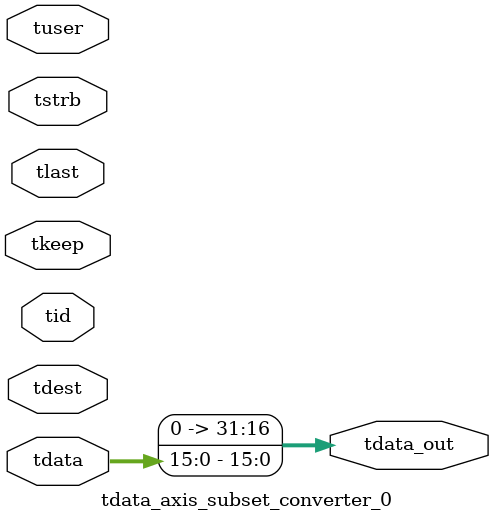
<source format=v>


`timescale 1ps/1ps

module tdata_axis_subset_converter_0 #
(
parameter C_S_AXIS_TDATA_WIDTH = 32,
parameter C_S_AXIS_TUSER_WIDTH = 0,
parameter C_S_AXIS_TID_WIDTH   = 0,
parameter C_S_AXIS_TDEST_WIDTH = 0,
parameter C_M_AXIS_TDATA_WIDTH = 32
)
(
input  [(C_S_AXIS_TDATA_WIDTH == 0 ? 1 : C_S_AXIS_TDATA_WIDTH)-1:0     ] tdata,
input  [(C_S_AXIS_TUSER_WIDTH == 0 ? 1 : C_S_AXIS_TUSER_WIDTH)-1:0     ] tuser,
input  [(C_S_AXIS_TID_WIDTH   == 0 ? 1 : C_S_AXIS_TID_WIDTH)-1:0       ] tid,
input  [(C_S_AXIS_TDEST_WIDTH == 0 ? 1 : C_S_AXIS_TDEST_WIDTH)-1:0     ] tdest,
input  [(C_S_AXIS_TDATA_WIDTH/8)-1:0 ] tkeep,
input  [(C_S_AXIS_TDATA_WIDTH/8)-1:0 ] tstrb,
input                                                                    tlast,
output [C_M_AXIS_TDATA_WIDTH-1:0] tdata_out
);

assign tdata_out = {tdata[15:0]};

endmodule


</source>
